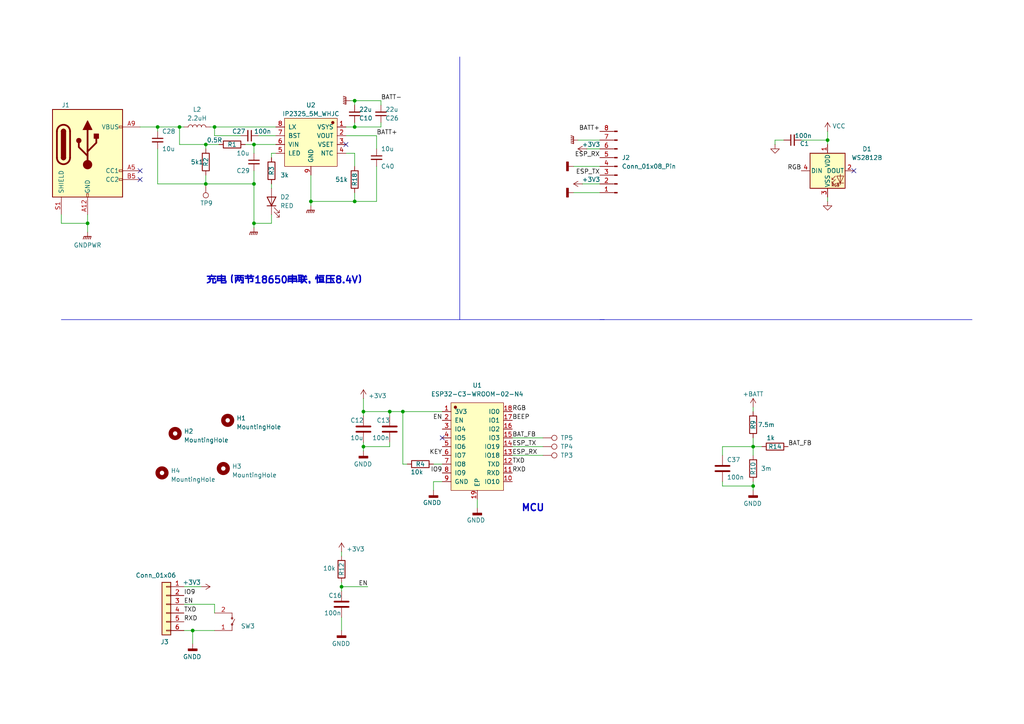
<source format=kicad_sch>
(kicad_sch (version 20231120) (generator "eeschema") (generator_version "8.0")
  (paper "A4")
  (title_block (date "2023-12-04"))
  (lib_symbols
    (symbol "+3V3_1" (power) (pin_numbers hide) (pin_names (offset 0) hide)
      (property "Value" "+3V3" (at 0 3.556 0))
      (symbol "+3V3_1_0_1"
        (polyline (pts (xy -0.762 1.27) (xy 0 2.54)))
        (polyline (pts (xy 0 0) (xy 0 2.54)))
        (polyline (pts (xy 0 2.54) (xy 0.762 1.27)))
      )
      (symbol "+3V3_1_1_1"
        (pin power_in line (at 0 0 90) (length 0) (name "~") (number "1"))
      )
    )
    (symbol "Connector:Conn_01x08_Pin" (pin_names (offset 1.016) hide)
      (property "Reference" "J" (at 0 10.16 0))
      (property "Value" "Conn_01x08_Pin" (at 0 -12.7 0))
      (symbol "Conn_01x08_Pin_1_1"
        (polyline (pts (xy 1.27 -10.16) (xy 0.8636 -10.16)) (stroke (width 0.1524)))
        (polyline (pts (xy 1.27 -7.62) (xy 0.8636 -7.62)) (stroke (width 0.1524)))
        (polyline (pts (xy 1.27 -5.08) (xy 0.8636 -5.08)) (stroke (width 0.1524)))
        (polyline (pts (xy 1.27 -2.54) (xy 0.8636 -2.54)) (stroke (width 0.1524)))
        (polyline (pts (xy 1.27 0) (xy 0.8636 0)) (stroke (width 0.1524)))
        (polyline (pts (xy 1.27 2.54) (xy 0.8636 2.54)) (stroke (width 0.1524)))
        (polyline (pts (xy 1.27 5.08) (xy 0.8636 5.08)) (stroke (width 0.1524)))
        (polyline (pts (xy 1.27 7.62) (xy 0.8636 7.62)) (stroke (width 0.1524)))
        (rectangle (start 0.8636 -10.033) (end 0 -10.287) (stroke (width 0.1524)) (fill (type outline)))
        (rectangle (start 0.8636 -7.493) (end 0 -7.747) (stroke (width 0.1524)) (fill (type outline)))
        (rectangle (start 0.8636 -4.953) (end 0 -5.207) (stroke (width 0.1524)) (fill (type outline)))
        (rectangle (start 0.8636 -2.413) (end 0 -2.667) (stroke (width 0.1524)) (fill (type outline)))
        (rectangle (start 0.8636 0.127) (end 0 -0.127) (stroke (width 0.1524)) (fill (type outline)))
        (rectangle (start 0.8636 2.667) (end 0 2.413) (stroke (width 0.1524)) (fill (type outline)))
        (rectangle (start 0.8636 5.207) (end 0 4.953) (stroke (width 0.1524)) (fill (type outline)))
        (rectangle (start 0.8636 7.747) (end 0 7.493) (stroke (width 0.1524)) (fill (type outline)))
        (pin passive line (at 5.08 7.62 180) (length 3.81) (name "Pin_1") (number "1"))
        (pin passive line (at 5.08 5.08 180) (length 3.81) (name "Pin_2") (number "2"))
        (pin passive line (at 5.08 2.54 180) (length 3.81) (name "Pin_3") (number "3"))
        (pin passive line (at 5.08 0 180) (length 3.81) (name "Pin_4") (number "4"))
        (pin passive line (at 5.08 -2.54 180) (length 3.81) (name "Pin_5") (number "5"))
        (pin passive line (at 5.08 -5.08 180) (length 3.81) (name "Pin_6") (number "6"))
        (pin passive line (at 5.08 -7.62 180) (length 3.81) (name "Pin_7") (number "7"))
        (pin passive line (at 5.08 -10.16 180) (length 3.81) (name "Pin_8") (number "8"))
      )
    )
    (symbol "Connector:TestPoint" (pin_numbers hide) (pin_names (offset 0.762) hide)
      (property "Reference" "TP" (at 0 6.858 0))
      (property "Value" "TestPoint" (at 0 5.08 0))
      (symbol "TestPoint_0_1"
        (circle (center 0 3.302) (radius 0.762))
      )
      (symbol "TestPoint_1_1"
        (pin passive line (at 0 0 90) (length 2.54) (name "1") (number "1"))
      )
    )
    (symbol "Connector:USB_C_Receptacle_PowerOnly_6P" (pin_names (offset 1.016))
      (property "Reference" "J" (at 0 16.51 0))
      (property "Value" "USB_C_Receptacle_PowerOnly_6P" (at 0 13.97 0))
      (symbol "USB_C_Receptacle_PowerOnly_6P_0_0"
        (rectangle (start -0.254 -12.7) (end 0.254 -11.684))
        (rectangle (start 10.16 -7.366) (end 9.144 -7.874))
        (rectangle (start 10.16 -4.826) (end 9.144 -5.334))
        (rectangle (start 10.16 7.874) (end 9.144 7.366))
      )
      (symbol "USB_C_Receptacle_PowerOnly_6P_0_1"
        (rectangle (start -10.16 12.7) (end 10.16 -12.7) (stroke (width 0.254)) (fill (type background)))
        (arc (start -8.89 -1.27) (mid -6.985 -3.1667) (end -5.08 -1.27) (stroke (width 0.508)))
        (arc (start -7.62 -1.27) (mid -6.985 -1.9023) (end -6.35 -1.27) (stroke (width 0.254)))
        (arc (start -7.62 -1.27) (mid -6.985 -1.9023) (end -6.35 -1.27) (stroke (width 0.254)) (fill (type outline)))
        (rectangle (start -7.62 -1.27) (end -6.35 6.35) (stroke (width 0.254)) (fill (type outline)))
        (arc (start -6.35 6.35) (mid -6.985 6.9823) (end -7.62 6.35) (stroke (width 0.254)))
        (arc (start -6.35 6.35) (mid -6.985 6.9823) (end -7.62 6.35) (stroke (width 0.254)) (fill (type outline)))
        (arc (start -5.08 6.35) (mid -6.985 8.2467) (end -8.89 6.35) (stroke (width 0.508)))
        (circle (center -2.54 3.683) (radius 0.635) (stroke (width 0.254)) (fill (type outline)))
        (circle (center 0 -3.302) (radius 1.27) (fill (type outline)))
        (polyline (pts (xy -8.89 -1.27) (xy -8.89 6.35)) (stroke (width 0.508)))
        (polyline (pts (xy -5.08 6.35) (xy -5.08 -1.27)) (stroke (width 0.508)))
        (polyline (pts (xy 0 -3.302) (xy 0 6.858)) (stroke (width 0.508)))
        (polyline (pts (xy 0 -0.762) (xy -2.54 1.778) (xy -2.54 3.048)) (stroke (width 0.508)))
        (polyline (pts (xy 0 0.508) (xy 2.54 3.048) (xy 2.54 4.318)) (stroke (width 0.508)))
        (polyline (pts (xy -1.27 6.858) (xy 0 9.398) (xy 1.27 6.858) (xy -1.27 6.858)) (stroke (width 0.254)) (fill (type outline)))
        (rectangle (start 1.905 4.318) (end 3.175 5.588) (stroke (width 0.254)) (fill (type outline)))
      )
      (symbol "USB_C_Receptacle_PowerOnly_6P_1_1"
        (pin passive line (at 0 -17.78 90) (length 5.08) (name "GND") (number "A12"))
        (pin bidirectional line (at 15.24 -5.08 180) (length 5.08) (name "CC1") (number "A5"))
        (pin passive line (at 15.24 7.62 180) (length 5.08) (name "VBUS") (number "A9"))
        (pin passive line (at 0 -17.78 90) (length 5.08) hide (name "GND") (number "B12"))
        (pin bidirectional line (at 15.24 -7.62 180) (length 5.08) (name "CC2") (number "B5"))
        (pin passive line (at 15.24 7.62 180) (length 5.08) hide (name "VBUS") (number "B9"))
        (pin passive line (at -7.62 -17.78 90) (length 5.08) (name "SHIELD") (number "S1"))
      )
    )
    (symbol "Connector_Generic:Conn_01x06" (pin_names (offset 1.016) hide)
      (property "Reference" "J" (at 0 7.62 0))
      (property "Value" "Conn_01x06" (at 0 -10.16 0))
      (symbol "Conn_01x06_1_1"
        (rectangle (start -1.27 -7.493) (end 0 -7.747) (stroke (width 0.1524)))
        (rectangle (start -1.27 -4.953) (end 0 -5.207) (stroke (width 0.1524)))
        (rectangle (start -1.27 -2.413) (end 0 -2.667) (stroke (width 0.1524)))
        (rectangle (start -1.27 0.127) (end 0 -0.127) (stroke (width 0.1524)))
        (rectangle (start -1.27 2.667) (end 0 2.413) (stroke (width 0.1524)))
        (rectangle (start -1.27 5.207) (end 0 4.953) (stroke (width 0.1524)))
        (rectangle (start -1.27 6.35) (end 1.27 -8.89) (stroke (width 0.254)) (fill (type background)))
        (pin passive line (at -5.08 5.08 0) (length 3.81) (name "Pin_1") (number "1"))
        (pin passive line (at -5.08 2.54 0) (length 3.81) (name "Pin_2") (number "2"))
        (pin passive line (at -5.08 0 0) (length 3.81) (name "Pin_3") (number "3"))
        (pin passive line (at -5.08 -2.54 0) (length 3.81) (name "Pin_4") (number "4"))
        (pin passive line (at -5.08 -5.08 0) (length 3.81) (name "Pin_5") (number "5"))
        (pin passive line (at -5.08 -7.62 0) (length 3.81) (name "Pin_6") (number "6"))
      )
    )
    (symbol "Device:C" (pin_numbers hide) (pin_names (offset 0.254))
      (property "Reference" "C" (at 0.635 2.54 0))
      (property "Value" "C" (at 0.635 -2.54 0))
      (symbol "C_0_1"
        (polyline (pts (xy -2.032 -0.762) (xy 2.032 -0.762)) (stroke (width 0.508)))
        (polyline (pts (xy -2.032 0.762) (xy 2.032 0.762)) (stroke (width 0.508)))
      )
      (symbol "C_1_1"
        (pin passive line (at 0 3.81 270) (length 2.794) (name "~") (number "1"))
        (pin passive line (at 0 -3.81 90) (length 2.794) (name "~") (number "2"))
      )
    )
    (symbol "Device:C_Small" (pin_numbers hide) (pin_names (offset 0.254) hide)
      (property "Reference" "C" (at 0.254 1.778 0))
      (property "Value" "C_Small" (at 0.254 -2.032 0))
      (symbol "C_Small_0_1"
        (polyline (pts (xy -1.524 -0.508) (xy 1.524 -0.508)) (stroke (width 0.3302)))
        (polyline (pts (xy -1.524 0.508) (xy 1.524 0.508)) (stroke (width 0.3048)))
      )
      (symbol "C_Small_1_1"
        (pin passive line (at 0 2.54 270) (length 2.032) (name "~") (number "1"))
        (pin passive line (at 0 -2.54 90) (length 2.032) (name "~") (number "2"))
      )
    )
    (symbol "Device:L" (pin_numbers hide) (pin_names (offset 1.016) hide)
      (property "Reference" "L" (at -1.27 0 90))
      (property "Value" "L" (at 1.905 0 90))
      (symbol "L_0_1"
        (arc (start 0 -2.54) (mid 0.6323 -1.905) (end 0 -1.27))
        (arc (start 0 -1.27) (mid 0.6323 -0.635) (end 0 0))
        (arc (start 0 0) (mid 0.6323 0.635) (end 0 1.27))
        (arc (start 0 1.27) (mid 0.6323 1.905) (end 0 2.54))
      )
      (symbol "L_1_1"
        (pin passive line (at 0 3.81 270) (length 1.27) (name "1") (number "1"))
        (pin passive line (at 0 -3.81 90) (length 1.27) (name "2") (number "2"))
      )
    )
    (symbol "Device:LED" (pin_numbers hide) (pin_names (offset 1.016) hide)
      (property "Reference" "D" (at 0 2.54 0))
      (property "Value" "LED" (at 0 -2.54 0))
      (symbol "LED_0_1"
        (polyline (pts (xy -1.27 -1.27) (xy -1.27 1.27)) (stroke (width 0.254)))
        (polyline (pts (xy -1.27 0) (xy 1.27 0)))
        (polyline (pts (xy 1.27 -1.27) (xy 1.27 1.27) (xy -1.27 0) (xy 1.27 -1.27)) (stroke (width 0.254)))
        (polyline (pts (xy -3.048 -0.762) (xy -4.572 -2.286) (xy -3.81 -2.286) (xy -4.572 -2.286) (xy -4.572 -1.524)))
        (polyline (pts (xy -1.778 -0.762) (xy -3.302 -2.286) (xy -2.54 -2.286) (xy -3.302 -2.286) (xy -3.302 -1.524)))
      )
      (symbol "LED_1_1"
        (pin passive line (at -3.81 0 0) (length 2.54) (name "K") (number "1"))
        (pin passive line (at 3.81 0 180) (length 2.54) (name "A") (number "2"))
      )
    )
    (symbol "Device:R" (pin_numbers hide) (pin_names (offset 0))
      (property "Reference" "R" (at 2.032 0 90))
      (property "Value" "R" (at 0 0 90))
      (symbol "R_0_1"
        (rectangle (start -1.016 -2.54) (end 1.016 2.54) (stroke (width 0.254)))
      )
      (symbol "R_1_1"
        (pin passive line (at 0 3.81 270) (length 1.27) (name "~") (number "1"))
        (pin passive line (at 0 -3.81 90) (length 1.27) (name "~") (number "2"))
      )
    )
    (symbol "LED:WS2812B" (pin_names (offset 0.254))
      (property "Reference" "D" (at 5.08 5.715 0))
      (property "Value" "WS2812B" (at 1.27 -5.715 0))
      (symbol "WS2812B_0_0"
        (text "RGB" (at 2.286 -4.191 0) (effects (font (size 0.762 0.762))))
      )
      (symbol "WS2812B_0_1"
        (polyline (pts (xy 1.27 -3.556) (xy 1.778 -3.556)))
        (polyline (pts (xy 1.27 -2.54) (xy 1.778 -2.54)))
        (polyline (pts (xy 4.699 -3.556) (xy 2.667 -3.556)))
        (polyline (pts (xy 2.286 -2.54) (xy 1.27 -3.556) (xy 1.27 -3.048)))
        (polyline (pts (xy 2.286 -1.524) (xy 1.27 -2.54) (xy 1.27 -2.032)))
        (polyline (pts (xy 3.683 -1.016) (xy 3.683 -3.556) (xy 3.683 -4.064)))
        (polyline (pts (xy 4.699 -1.524) (xy 2.667 -1.524) (xy 3.683 -3.556) (xy 4.699 -1.524)))
        (rectangle (start 5.08 5.08) (end -5.08 -5.08) (stroke (width 0.254)) (fill (type background)))
      )
      (symbol "WS2812B_1_1"
        (pin power_in line (at 0 7.62 270) (length 2.54) (name "VDD") (number "1"))
        (pin output line (at 7.62 0 180) (length 2.54) (name "DOUT") (number "2"))
        (pin power_in line (at 0 -7.62 90) (length 2.54) (name "VSS") (number "3"))
        (pin input line (at -7.62 0 0) (length 2.54) (name "DIN") (number "4"))
      )
    )
    (symbol "Mechanical:MountingHole" (pin_names (offset 1.016))
      (property "Reference" "H" (at 0 5.08 0))
      (property "Value" "MountingHole" (at 0 3.175 0))
      (symbol "MountingHole_0_1"
        (circle (center 0 0) (radius 1.27) (stroke (width 1.27)))
      )
    )
    (symbol "bat_rf:ESP32-C3-WROOM-02-N4" (pin_names (offset 1.016))
      (property "Reference" "U" (at 0 16.5862 0))
      (property "Value" "ESP32-C3-WROOM-02-N4" (at 0 21.6662 0))
      (symbol "ESP32-C3-WROOM-02-N4_1_1"
        (rectangle (start -7.62 13.97) (end 7.62 -11.43) (stroke (width 0.1524)) (fill (type background)))
        (circle (center -6.35 12.7) (radius 0.381) (stroke (width 0.1524)) (fill (type outline)))
        (pin input line (at -10.16 11.43 0) (length 2.54) (name "3V3") (number "1"))
        (pin input line (at 10.16 -8.89 180) (length 2.54) (name "IO10") (number "10"))
        (pin input line (at 10.16 -6.35 180) (length 2.54) (name "RXD") (number "11"))
        (pin input line (at 10.16 -3.81 180) (length 2.54) (name "TXD") (number "12"))
        (pin input line (at 10.16 -1.27 180) (length 2.54) (name "IO18") (number "13"))
        (pin input line (at 10.16 1.27 180) (length 2.54) (name "IO19") (number "14"))
        (pin input line (at 10.16 3.81 180) (length 2.54) (name "IO3") (number "15"))
        (pin input line (at 10.16 6.35 180) (length 2.54) (name "IO2") (number "16"))
        (pin input line (at 10.16 8.89 180) (length 2.54) (name "IO1") (number "17"))
        (pin input line (at 10.16 11.43 180) (length 2.54) (name "IO0") (number "18"))
        (pin input line (at 0 -13.97 90) (length 2.54) (name "EP") (number "19"))
        (pin input line (at -10.16 8.89 0) (length 2.54) (name "EN") (number "2"))
        (pin input line (at -10.16 6.35 0) (length 2.54) (name "IO4") (number "3"))
        (pin input line (at -10.16 3.81 0) (length 2.54) (name "IO5") (number "4"))
        (pin input line (at -10.16 1.27 0) (length 2.54) (name "IO6") (number "5"))
        (pin input line (at -10.16 -1.27 0) (length 2.54) (name "IO7") (number "6"))
        (pin input line (at -10.16 -3.81 0) (length 2.54) (name "IO8") (number "7"))
        (pin input line (at -10.16 -6.35 0) (length 2.54) (name "IO9") (number "8"))
        (pin input line (at -10.16 -8.89 0) (length 2.54) (name "GND") (number "9"))
      )
    )
    (symbol "bat_rf:IP2325_5M_WHJC" (pin_names (offset 1.016))
      (property "Reference" "U" (at 0 11.5062 0))
      (property "Value" "IP2325_5M_WHJC" (at 0 16.5862 0))
      (symbol "IP2325_5M_WHJC_1_1"
        (rectangle (start -7.62 8.89) (end 7.62 -5.08) (stroke (width 0.1524)) (fill (type background)))
        (circle (center -6.35 7.62) (radius 0.381) (stroke (width 0.1524)) (fill (type outline)))
        (pin input line (at -10.16 6.35 0) (length 2.54) (name "VSYS") (number "1"))
        (pin input line (at -10.16 3.81 0) (length 2.54) (name "VOUT") (number "2"))
        (pin input line (at -10.16 1.27 0) (length 2.54) (name "VSET") (number "3"))
        (pin input line (at -10.16 -1.27 0) (length 2.54) (name "NTC") (number "4"))
        (pin input line (at 10.16 -1.27 180) (length 2.54) (name "LED") (number "5"))
        (pin input line (at 10.16 1.27 180) (length 2.54) (name "VIN") (number "6"))
        (pin input line (at 10.16 3.81 180) (length 2.54) (name "BST") (number "7"))
        (pin input line (at 10.16 6.35 180) (length 2.54) (name "LX") (number "8"))
        (pin input line (at 0 -7.62 90) (length 2.54) (name "GND") (number "9"))
      )
    )
    (symbol "espController:TS-1199A-B-B" (pin_names (offset 1.016) hide)
      (property "Reference" "SW" (at 0 7.747 0))
      (property "Value" "TS-1199A-B-B" (at 0 12.827 0))
      (symbol "TS-1199A-B-B_1_1"
        (circle (center 0 -1.016) (radius 0.254) (stroke (width 0.1524)))
        (polyline (pts (xy 0 -2.54) (xy 0 -0.762)) (stroke (width 0.1524)))
        (polyline (pts (xy 0 2.54) (xy 0 0.762)) (stroke (width 0.1524)))
        (polyline (pts (xy 0.762 -0.762) (xy 0 0.762)) (stroke (width 0.1524)))
        (circle (center 0 0.762) (radius 0.254) (stroke (width 0.1524)))
        (pin input line (at -5.08 2.54 0) (length 5.08) (name "1") (number "1"))
        (pin input line (at -5.08 -2.54 0) (length 5.08) (name "2") (number "2"))
      )
    )
    (symbol "power:+BATT" (power) (pin_names (offset 0))
      (property "Value" "+BATT" (at 0 3.556 0))
      (symbol "+BATT_0_1"
        (polyline (pts (xy -0.762 1.27) (xy 0 2.54)))
        (polyline (pts (xy 0 0) (xy 0 2.54)))
        (polyline (pts (xy 0 2.54) (xy 0.762 1.27)))
      )
      (symbol "+BATT_1_1"
        (pin power_in line (at 0 0 90) (length 0) hide (name "+BATT") (number "1"))
      )
    )
    (symbol "power:GND" (power) (pin_numbers hide) (pin_names (offset 0) hide)
      (property "Value" "GND" (at 0 -3.81 0))
      (symbol "GND_0_1"
        (polyline (pts (xy 0 0) (xy 0 -1.27) (xy 1.27 -1.27) (xy 0 -2.54) (xy -1.27 -1.27) (xy 0 -1.27)))
      )
      (symbol "GND_1_1"
        (pin power_in line (at 0 0 270) (length 0) (name "~") (number "1"))
      )
    )
    (symbol "power:GNDD" (power) (pin_names (offset 0))
      (property "Value" "GNDD" (at 0 -3.175 0))
      (symbol "GNDD_0_1"
        (rectangle (start -1.27 -1.524) (end 1.27 -2.032) (stroke (width 0.254)) (fill (type outline)))
        (polyline (pts (xy 0 0) (xy 0 -1.524)))
      )
      (symbol "GNDD_1_1"
        (pin power_in line (at 0 0 270) (length 0) hide (name "GNDD") (number "1"))
      )
    )
    (symbol "power:GNDPWR" (power) (pin_names (offset 0))
      (property "Value" "GNDPWR" (at 0 -3.302 0))
      (symbol "GNDPWR_0_1"
        (polyline (pts (xy 0 -1.27) (xy 0 0)))
        (polyline (pts (xy -1.016 -1.27) (xy -1.27 -2.032) (xy -1.27 -2.032)) (stroke (width 0.2032)))
        (polyline (pts (xy -0.508 -1.27) (xy -0.762 -2.032) (xy -0.762 -2.032)) (stroke (width 0.2032)))
        (polyline (pts (xy 0 -1.27) (xy -0.254 -2.032) (xy -0.254 -2.032)) (stroke (width 0.2032)))
        (polyline (pts (xy 0.508 -1.27) (xy 0.254 -2.032) (xy 0.254 -2.032)) (stroke (width 0.2032)))
        (polyline (pts (xy 1.016 -1.27) (xy -1.016 -1.27) (xy -1.016 -1.27)) (stroke (width 0.2032)))
        (polyline (pts (xy 1.016 -1.27) (xy 0.762 -2.032) (xy 0.762 -2.032) (xy 0.762 -2.032)) (stroke (width 0.2032)))
      )
      (symbol "GNDPWR_1_1"
        (pin power_in line (at 0 0 270) (length 0) hide (name "GNDPWR") (number "1"))
      )
    )
    (symbol "power:VCC" (power) (pin_numbers hide) (pin_names (offset 0) hide)
      (property "Value" "VCC" (at 0 3.556 0))
      (symbol "VCC_0_1"
        (polyline (pts (xy -0.762 1.27) (xy 0 2.54)))
        (polyline (pts (xy 0 0) (xy 0 2.54)))
        (polyline (pts (xy 0 2.54) (xy 0.762 1.27)))
      )
      (symbol "VCC_1_1"
        (pin power_in line (at 0 0 90) (length 0) (name "~") (number "1"))
      )
    )
  )
  (junction (at 73.66 53.34))
  (junction (at 73.66 64.77))
  (junction (at 105.41 119.38))
  (junction (at 59.69 41.91))
  (junction (at 218.44 129.54))
  (junction (at 102.87 58.42))
  (junction (at 52.07 36.83))
  (junction (at 55.88 182.88))
  (junction (at 45.72 36.83))
  (junction (at 102.87 36.83))
  (junction (at 62.23 36.83))
  (junction (at 105.41 129.54))
  (junction (at 25.4 64.77))
  (junction (at 59.69 53.34))
  (junction (at 73.66 41.91))
  (junction (at 99.06 170.18))
  (junction (at 113.03 119.38))
  (junction (at 240.03 40.64))
  (junction (at 116.84 119.38))
  (junction (at 90.17 58.42))
  (junction (at 218.44 140.97))
  (junction (at 102.87 29.21))
  (no_connect (at 40.64 49.53))
  (no_connect (at 100.33 41.91))
  (no_connect (at 128.27 127))
  (no_connect (at 247.65 49.53))
  (no_connect (at 40.64 52.07))
  (wire (pts (xy 52.07 36.83) (xy 53.34 36.83)))
  (wire (pts (xy 148.59 132.08) (xy 157.48 132.08)))
  (wire (pts (xy 102.87 29.21) (xy 102.87 30.48)))
  (wire (pts (xy 45.72 36.83) (xy 45.72 38.1)))
  (wire (pts (xy 109.22 48.26) (xy 109.22 58.42)))
  (wire (pts (xy 99.06 170.18) (xy 106.68 170.18)))
  (wire (pts (xy 209.55 140.97) (xy 218.44 140.97)))
  (wire (pts (xy 209.55 129.54) (xy 218.44 129.54)))
  (wire (pts (xy 62.23 177.8) (xy 62.23 175.26)))
  (polyline (pts (xy 133.35 92.71) (xy 175.26 92.71)))
  (wire (pts (xy 25.4 64.77) (xy 25.4 67.31)))
  (wire (pts (xy 55.88 182.88) (xy 62.23 182.88)))
  (wire (pts (xy 78.74 44.45) (xy 78.74 45.72)))
  (wire (pts (xy 105.41 115.57) (xy 105.41 119.38)))
  (wire (pts (xy 125.73 139.7) (xy 128.27 139.7)))
  (wire (pts (xy 113.03 119.38) (xy 105.41 119.38)))
  (wire (pts (xy 73.66 64.77) (xy 73.66 66.04)))
  (wire (pts (xy 73.66 53.34) (xy 73.66 64.77)))
  (wire (pts (xy 52.07 41.91) (xy 52.07 36.83)))
  (wire (pts (xy 110.49 30.48) (xy 110.49 29.21)))
  (wire (pts (xy 105.41 128.27) (xy 105.41 129.54)))
  (wire (pts (xy 73.66 49.53) (xy 73.66 53.34)))
  (polyline (pts (xy 133.35 16.51) (xy 133.35 92.71)))
  (wire (pts (xy 73.66 53.34) (xy 59.69 53.34)))
  (wire (pts (xy 138.43 144.78) (xy 138.43 147.32)))
  (wire (pts (xy 73.66 41.91) (xy 73.66 44.45)))
  (wire (pts (xy 170.18 43.18) (xy 173.99 43.18)))
  (wire (pts (xy 224.79 40.64) (xy 227.33 40.64)))
  (wire (pts (xy 17.78 62.23) (xy 17.78 64.77)))
  (wire (pts (xy 59.69 43.18) (xy 59.69 41.91)))
  (wire (pts (xy 73.66 41.91) (xy 80.01 41.91)))
  (wire (pts (xy 116.84 134.62) (xy 118.11 134.62)))
  (wire (pts (xy 218.44 129.54) (xy 220.98 129.54)))
  (wire (pts (xy 62.23 39.37) (xy 62.23 36.83)))
  (wire (pts (xy 240.03 40.64) (xy 232.41 40.64)))
  (wire (pts (xy 113.03 128.27) (xy 113.03 129.54)))
  (wire (pts (xy 240.03 57.15) (xy 240.03 58.42)))
  (wire (pts (xy 90.17 50.8) (xy 90.17 58.42)))
  (wire (pts (xy 116.84 119.38) (xy 128.27 119.38)))
  (wire (pts (xy 62.23 36.83) (xy 80.01 36.83)))
  (wire (pts (xy 60.96 36.83) (xy 62.23 36.83)))
  (wire (pts (xy 102.87 36.83) (xy 110.49 36.83)))
  (wire (pts (xy 218.44 142.24) (xy 218.44 140.97)))
  (wire (pts (xy 116.84 119.38) (xy 116.84 134.62)))
  (wire (pts (xy 113.03 119.38) (xy 116.84 119.38)))
  (wire (pts (xy 99.06 170.18) (xy 99.06 171.45)))
  (wire (pts (xy 59.69 41.91) (xy 52.07 41.91)))
  (wire (pts (xy 62.23 175.26) (xy 53.34 175.26)))
  (wire (pts (xy 59.69 41.91) (xy 63.5 41.91)))
  (wire (pts (xy 218.44 127) (xy 218.44 129.54)))
  (wire (pts (xy 240.03 38.1) (xy 240.03 40.64)))
  (wire (pts (xy 218.44 118.11) (xy 218.44 119.38)))
  (wire (pts (xy 40.64 36.83) (xy 45.72 36.83)))
  (wire (pts (xy 113.03 119.38) (xy 113.03 120.65)))
  (wire (pts (xy 45.72 53.34) (xy 59.69 53.34)))
  (wire (pts (xy 105.41 129.54) (xy 105.41 130.81)))
  (wire (pts (xy 53.34 170.18) (xy 58.42 170.18)))
  (wire (pts (xy 78.74 53.34) (xy 78.74 54.61)))
  (wire (pts (xy 148.59 127) (xy 157.48 127)))
  (polyline (pts (xy 17.78 92.71) (xy 133.35 92.71)))
  (wire (pts (xy 109.22 39.37) (xy 109.22 43.18)))
  (wire (pts (xy 168.91 53.34) (xy 173.99 53.34)))
  (wire (pts (xy 74.93 39.37) (xy 80.01 39.37)))
  (wire (pts (xy 100.33 36.83) (xy 102.87 36.83)))
  (wire (pts (xy 173.99 55.88) (xy 166.37 55.88)))
  (wire (pts (xy 209.55 132.08) (xy 209.55 129.54)))
  (wire (pts (xy 109.22 58.42) (xy 102.87 58.42)))
  (wire (pts (xy 173.99 48.26) (xy 166.37 48.26)))
  (wire (pts (xy 99.06 160.02) (xy 99.06 161.29)))
  (wire (pts (xy 102.87 29.21) (xy 101.6 29.21)))
  (wire (pts (xy 240.03 41.91) (xy 240.03 40.64)))
  (wire (pts (xy 209.55 139.7) (xy 209.55 140.97)))
  (wire (pts (xy 90.17 58.42) (xy 102.87 58.42)))
  (wire (pts (xy 99.06 168.91) (xy 99.06 170.18)))
  (wire (pts (xy 148.59 129.54) (xy 157.48 129.54)))
  (wire (pts (xy 102.87 44.45) (xy 102.87 48.26)))
  (wire (pts (xy 102.87 35.56) (xy 102.87 36.83)))
  (wire (pts (xy 45.72 36.83) (xy 52.07 36.83)))
  (wire (pts (xy 218.44 129.54) (xy 218.44 132.08)))
  (wire (pts (xy 110.49 29.21) (xy 102.87 29.21)))
  (wire (pts (xy 25.4 62.23) (xy 25.4 64.77)))
  (wire (pts (xy 78.74 62.23) (xy 78.74 64.77)))
  (wire (pts (xy 53.34 182.88) (xy 55.88 182.88)))
  (wire (pts (xy 45.72 43.18) (xy 45.72 53.34)))
  (polyline (pts (xy 175.26 92.71) (xy 281.94 92.71)))
  (wire (pts (xy 105.41 119.38) (xy 105.41 120.65)))
  (wire (pts (xy 102.87 55.88) (xy 102.87 58.42)))
  (wire (pts (xy 71.12 41.91) (xy 73.66 41.91)))
  (wire (pts (xy 59.69 50.8) (xy 59.69 53.34)))
  (wire (pts (xy 224.79 40.64) (xy 224.79 41.91)))
  (wire (pts (xy 110.49 36.83) (xy 110.49 35.56)))
  (wire (pts (xy 55.88 182.88) (xy 55.88 186.69)))
  (wire (pts (xy 167.64 40.64) (xy 173.99 40.64)))
  (wire (pts (xy 125.73 134.62) (xy 128.27 134.62)))
  (wire (pts (xy 17.78 64.77) (xy 25.4 64.77)))
  (wire (pts (xy 78.74 64.77) (xy 73.66 64.77)))
  (wire (pts (xy 90.17 58.42) (xy 90.17 59.69)))
  (wire (pts (xy 100.33 44.45) (xy 102.87 44.45)))
  (wire (pts (xy 218.44 140.97) (xy 218.44 139.7)))
  (wire (pts (xy 125.73 139.7) (xy 125.73 142.24)))
  (wire (pts (xy 80.01 44.45) (xy 78.74 44.45)))
  (wire (pts (xy 62.23 39.37) (xy 69.85 39.37)))
  (polyline (pts (xy 175.26 92.71) (xy 173.99 92.71)))
  (wire (pts (xy 99.06 179.07) (xy 99.06 182.88)))
  (wire (pts (xy 113.03 129.54) (xy 105.41 129.54)))
  (wire (pts (xy 100.33 39.37) (xy 109.22 39.37)))
  (text "MCU" (at 151.13 148.59 0) (effects (font (size 2 2) (thickness 0.4) (bold yes)) (justify left bottom)))
  (text "充电（两节18650串联，恒压8.4V）" (at 59.69 82.55 0) (effects (font (size 2 2) (thickness 0.4) (bold yes)) (justify left bottom)))
  (label "TXD" (at 148.59 134.62 0))
  (label "TXD" (at 53.34 177.8 0))
  (label "ESP_RX" (at 173.99 45.72 180))
  (label "BATT+" (at 173.99 38.1 180))
  (label "EN" (at 128.27 121.92 180))
  (label "EN" (at 106.68 170.18 180))
  (label "RGB" (at 148.59 119.38 0))
  (label "ESP_TX" (at 148.59 129.54 0))
  (label "RXD" (at 53.34 180.34 0))
  (label "KEY" (at 128.27 132.08 180))
  (label "IO9" (at 128.27 137.16 180))
  (label "BATT+" (at 109.22 39.37 0))
  (label "ESP_TX" (at 173.99 50.8 180))
  (label "RXD" (at 148.59 137.16 0))
  (label "IO9" (at 53.34 172.72 0))
  (label "BAT_FB" (at 148.59 127 0))
  (label "ESP_RX" (at 148.59 132.08 0))
  (label "BATT-" (at 110.49 29.21 0))
  (label "RGB" (at 232.41 49.53 180))
  (label "EN" (at 53.34 175.26 0))
  (label "BAT_FB" (at 228.6 129.54 0))
  (label "BEEP" (at 148.59 121.92 0))
  (symbol (lib_id "power:GNDPWR") (at 25.4 67.31 0) (unit 1)
    (property "Reference" "#PWR02" (effects (hide yes)))
    (property "Value" "GNDPWR" (at 25.4 71.12 0))
  )
  (symbol (lib_id "power:GNDPWR") (at 101.6 29.21 270) (unit 1)
    (property "Reference" "#PWR035" (effects (hide yes)))
    (property "Value" "GNDPWR" (effects (hide yes)))
  )
  (symbol (lib_id "power:GND") (at 240.03 58.42 0) (unit 1)
    (property "Reference" "#PWR010" (effects (hide yes)))
    (property "Value" "GND" (effects (hide yes)))
    (property "Description" "Power symbol creates a global label with name \"GND\" , ground" (effects (hide yes)))
  )
  (symbol (lib_id "Device:C_Small") (at 102.87 33.02 0) (mirror x) (unit 1)
    (property "Reference" "C10" (at 104.14 34.29 0) (effects (justify left)))
    (property "Value" "22u" (at 104.14 31.75 0) (effects (justify left)))
    (property "Footprint" "Capacitor_SMD:C_0805_2012Metric_Pad1.18x1.45mm_HandSolder" (effects (hide yes)))
  )
  (symbol (lib_id "Device:R") (at 218.44 123.19 180) (unit 1)
    (property "Reference" "R9" (at 218.44 123.19 90))
    (property "Value" "7.5m" (at 222.25 123.19 0))
    (property "Footprint" "Resistor_SMD:R_0603_1608Metric_Pad0.98x0.95mm_HandSolder" (effects (hide yes)))
  )
  (symbol (lib_id "Device:R") (at 78.74 49.53 180) (unit 1)
    (property "Reference" "R3" (at 78.74 49.53 90))
    (property "Value" "3k" (at 82.55 50.8 0))
    (property "Footprint" "Resistor_SMD:R_0603_1608Metric_Pad0.98x0.95mm_HandSolder" (effects (hide yes)))
  )
  (symbol (lib_id "Device:C_Small") (at 110.49 33.02 0) (mirror x) (unit 1)
    (property "Reference" "C26" (at 111.76 34.29 0) (effects (justify left)))
    (property "Value" "22u" (at 111.76 31.75 0) (effects (justify left)))
    (property "Footprint" "Capacitor_SMD:C_0805_2012Metric_Pad1.18x1.45mm_HandSolder" (effects (hide yes)))
  )
  (symbol (lib_id "power:+BATT") (at 218.44 118.11 0) (unit 1)
    (property "Reference" "#PWR040" (effects (hide yes)))
    (property "Value" "+BATT" (at 218.44 114.3 0))
  )
  (symbol (lib_id "Mechanical:MountingHole") (at 64.77 135.89 0) (unit 1)
    (property "Reference" "H3" (at 67.31 135.255 0) (effects (justify left)))
    (property "Value" "MountingHole" (at 67.31 137.795 0) (effects (justify left)))
    (property "Footprint" "MountingHole:MountingHole_2.2mm_M2_Pad" (effects (hide yes)))
  )
  (symbol (lib_id "Device:C") (at 99.06 175.26 0) (unit 1)
    (property "Reference" "C16" (at 95.25 172.72 0) (effects (justify left)))
    (property "Value" "100n" (at 93.98 177.8 0) (effects (justify left)))
    (property "Footprint" "Capacitor_SMD:C_0603_1608Metric_Pad1.08x0.95mm_HandSolder" (effects (hide yes)))
  )
  (symbol (lib_id "bat_rf:ESP32-C3-WROOM-02-N4") (at 138.43 130.81 0) (unit 1)
    (property "Reference" "U1" (at 138.43 111.76 0))
    (property "Value" "ESP32-C3-WROOM-02-N4" (at 138.43 114.3 0))
    (property "Footprint" "bat_rf:BULETM-SMD_18P-L20.0-W18.0-P1.50_ESP32-C3-WROOM" (effects (hide yes)))
    (property "Description" "C9900000362" (effects (hide yes)))
    (property "uuid" "std:80e57613425b46c2881201d76cb7a63c" (effects (hide yes)))
  )
  (symbol (lib_id "power:GNDD") (at 166.37 55.88 270) (mirror x) (unit 1)
    (property "Reference" "#PWR05" (effects (hide yes)))
    (property "Value" "GNDD" (effects (hide yes)))
  )
  (symbol (lib_id "power:GNDD") (at 166.37 48.26 270) (mirror x) (unit 1)
    (property "Reference" "#PWR03" (effects (hide yes)))
    (property "Value" "GNDD" (effects (hide yes)))
  )
  (symbol (lib_id "power:GNDPWR") (at 73.66 66.04 0) (unit 1)
    (property "Reference" "#PWR036" (effects (hide yes)))
    (property "Value" "GNDPWR" (effects (hide yes)))
  )
  (symbol (lib_id "Device:R") (at 102.87 52.07 180) (unit 1)
    (property "Reference" "R18" (at 102.87 52.07 90))
    (property "Value" "51k" (at 99.06 52.07 0))
    (property "Footprint" "Resistor_SMD:R_0603_1608Metric_Pad0.98x0.95mm_HandSolder" (effects (hide yes)))
  )
  (symbol (lib_id "power:GNDD") (at 125.73 142.24 0) (unit 1)
    (property "Reference" "#PWR047" (effects (hide yes)))
    (property "Value" "GNDD" (at 128.016 145.796 0) (effects (justify right)))
  )
  (symbol (lib_id "Connector:USB_C_Receptacle_PowerOnly_6P") (at 25.4 44.45 0) (unit 1)
    (property "Reference" "J1" (at 19.05 30.48 0))
    (property "Value" "USB_C_Receptacle_PowerOnly_6P" (effects (hide yes)))
    (property "Footprint" "bat_rf:USB-C-SMD_HX-TYPE-C-6PIN" (effects (hide yes)))
    (property "Datasheet" "https://www.usb.org/sites/default/files/documents/usb_type-c.zip" (effects (hide yes)))
  )
  (symbol (lib_name "+3V3_1") (lib_id "power:+3V3") (at 168.91 53.34 90) (mirror x) (unit 1)
    (property "Reference" "#PWR04" (effects (hide yes)))
    (property "Value" "+3V3" (at 171.45 52.07 90))
    (property "Description" "Power symbol creates a global label with name \"+3V3\"" (effects (hide yes)))
  )
  (symbol (lib_id "Mechanical:MountingHole") (at 46.99 137.16 0) (unit 1)
    (property "Reference" "H4" (at 49.53 136.525 0) (effects (justify left)))
    (property "Value" "MountingHole" (at 49.53 139.065 0) (effects (justify left)))
    (property "Footprint" "MountingHole:MountingHole_2.2mm_M2_Pad" (effects (hide yes)))
  )
  (symbol (lib_id "Connector:TestPoint") (at 157.48 127 270) (unit 1)
    (property "Reference" "TP5" (at 162.56 127 90) (effects (justify left)))
    (property "Value" "TestPoint" (effects (hide yes)))
    (property "Footprint" "TestPoint:TestPoint_Pad_D1.0mm" (effects (hide yes)))
    (property "Description" "test point" (effects (hide yes)))
  )
  (symbol (lib_id "Mechanical:MountingHole") (at 50.8 125.73 0) (unit 1)
    (property "Reference" "H2" (at 53.34 125.095 0) (effects (justify left)))
    (property "Value" "MountingHole" (at 53.34 127.635 0) (effects (justify left)))
    (property "Footprint" "MountingHole:MountingHole_2.2mm_M2_Pad" (effects (hide yes)))
  )
  (symbol (lib_id "Connector:TestPoint") (at 59.69 53.34 180) (unit 1)
    (property "Reference" "TP9" (at 61.722 58.928 0) (effects (justify left)))
    (property "Value" "TestPoint" (effects (hide yes)))
    (property "Footprint" "TestPoint:TestPoint_Pad_D1.0mm" (effects (hide yes)))
    (property "Description" "test point" (effects (hide yes)))
  )
  (symbol (lib_id "power:GNDD") (at 105.41 130.81 0) (unit 1)
    (property "Reference" "#PWR023" (effects (hide yes)))
    (property "Value" "GNDD" (at 107.95 134.62 0) (effects (justify right)))
  )
  (symbol (lib_id "Device:C_Small") (at 72.39 39.37 270) (unit 1)
    (property "Reference" "C27" (at 67.31 38.1 90) (effects (justify left)))
    (property "Value" "100n" (at 73.66 38.1 90) (effects (justify left)))
    (property "Footprint" "Capacitor_SMD:C_0603_1608Metric_Pad1.08x0.95mm_HandSolder" (effects (hide yes)))
  )
  (symbol (lib_id "power:VCC") (at 240.03 38.1 0) (unit 1)
    (property "Reference" "#PWR08" (effects (hide yes)))
    (property "Value" "VCC" (at 243.332 36.576 0))
    (property "Description" "Power symbol creates a global label with name \"VCC\"" (effects (hide yes)))
  )
  (symbol (lib_id "Device:C") (at 105.41 124.46 0) (unit 1)
    (property "Reference" "C12" (at 101.6 121.92 0) (effects (justify left)))
    (property "Value" "10u" (at 101.6 127 0) (effects (justify left)))
    (property "Footprint" "Capacitor_SMD:C_0805_2012Metric_Pad1.18x1.45mm_HandSolder" (effects (hide yes)))
  )
  (symbol (lib_name "+3V3_1") (lib_id "power:+3V3") (at 58.42 170.18 270) (unit 1)
    (property "Reference" "#PWR09" (effects (hide yes)))
    (property "Value" "+3V3" (at 55.626 168.91 90))
    (property "Description" "Power symbol creates a global label with name \"+3V3\"" (effects (hide yes)))
  )
  (symbol (lib_id "Device:R") (at 224.79 129.54 270) (unit 1)
    (property "Reference" "R14" (at 224.79 129.54 90))
    (property "Value" "1k" (at 223.52 127 90))
    (property "Footprint" "Resistor_SMD:R_0603_1608Metric_Pad0.98x0.95mm_HandSolder" (effects (hide yes)))
  )
  (symbol (lib_id "espController:TS-1199A-B-B") (at 67.31 180.34 0) (mirror x) (unit 1)
    (property "Reference" "SW3" (at 69.85 181.6101 0) (effects (justify left)))
    (property "Value" "TS-1199A-B-B" (effects (hide yes)))
    (property "Footprint" "bat_rf:SW-SMD_L4.0-W2.9-LS5.0" (effects (hide yes)))
    (property "Datasheet" "http://www.szlcsc.com/product/details_724359.html" (effects (hide yes)))
    (property "Description" "C692476" (effects (hide yes)))
    (property "uuid" "std:a8f90e8ccef74c11ad070f97756e49fb" (effects (hide yes)))
  )
  (symbol (lib_id "power:GNDPWR") (at 167.64 40.64 270) (unit 1)
    (property "Reference" "#PWR06" (effects (hide yes)))
    (property "Value" "GNDPWR" (effects (hide yes)))
  )
  (symbol (lib_id "power:GND") (at 224.79 41.91 0) (unit 1)
    (property "Reference" "#PWR07" (effects (hide yes)))
    (property "Value" "GND" (effects (hide yes)))
    (property "Description" "Power symbol creates a global label with name \"GND\" , ground" (effects (hide yes)))
  )
  (symbol (lib_id "Device:R") (at 67.31 41.91 90) (unit 1)
    (property "Reference" "R1" (at 67.31 41.91 90))
    (property "Value" "0.5R" (at 62.23 40.64 90))
    (property "Footprint" "Resistor_SMD:R_0603_1608Metric_Pad0.98x0.95mm_HandSolder" (effects (hide yes)))
  )
  (symbol (lib_id "Device:R") (at 121.92 134.62 270) (unit 1)
    (property "Reference" "R4" (at 121.92 134.62 90))
    (property "Value" "10k" (at 120.904 136.906 90))
    (property "Footprint" "Resistor_SMD:R_0603_1608Metric_Pad0.98x0.95mm_HandSolder" (effects (hide yes)))
  )
  (symbol (lib_id "Mechanical:MountingHole") (at 66.04 121.92 0) (unit 1)
    (property "Reference" "H1" (at 68.58 121.285 0) (effects (justify left)))
    (property "Value" "MountingHole" (at 68.58 123.825 0) (effects (justify left)))
    (property "Footprint" "MountingHole:MountingHole_2.2mm_M2_Pad" (effects (hide yes)))
  )
  (symbol (lib_id "Device:C_Small") (at 73.66 46.99 0) (unit 1)
    (property "Reference" "C29" (at 68.58 49.53 0) (effects (justify left)))
    (property "Value" "10u" (at 68.58 44.45 0) (effects (justify left)))
    (property "Footprint" "Capacitor_SMD:C_0805_2012Metric_Pad1.18x1.45mm_HandSolder" (effects (hide yes)))
  )
  (symbol (lib_id "LED:WS2812B") (at 240.03 49.53 0) (unit 1)
    (property "Reference" "D1" (at 251.46 43.2114 0))
    (property "Value" "WS2812B" (at 251.46 45.7514 0))
    (property "Footprint" "LED_SMD:LED_WS2812B_PLCC4_5.0x5.0mm_P3.2mm" (effects (hide yes)))
    (property "Datasheet" "https://cdn-shop.adafruit.com/datasheets/WS2812B.pdf" (effects (hide yes)))
    (property "Description" "RGB LED with integrated controller" (effects (hide yes)))
  )
  (symbol (lib_id "Connector:TestPoint") (at 157.48 132.08 270) (unit 1)
    (property "Reference" "TP3" (at 162.56 132.08 90) (effects (justify left)))
    (property "Value" "TestPoint" (effects (hide yes)))
    (property "Footprint" "TestPoint:TestPoint_Pad_D1.0mm" (effects (hide yes)))
    (property "Description" "test point" (effects (hide yes)))
  )
  (symbol (lib_id "bat_rf:IP2325_5M_WHJC") (at 90.17 43.18 0) (mirror y) (unit 1)
    (property "Reference" "U2" (at 90.17 30.48 0))
    (property "Value" "IP2325_5M_WHJC" (at 90.17 33.02 0))
    (property "Footprint" "bat_rf:ESOP-8_L4.9-W3.9-P1.27-LS6.0-BL-EP3.1" (effects (hide yes)))
    (property "SuppliersPartNumber" "C5441280" (effects (hide yes)))
    (property "uuid" "std:03f850bdb2394ca4b918cb4c3c5e5c7e" (effects (hide yes)))
  )
  (symbol (lib_id "Connector:Conn_01x08_Pin") (at 179.07 48.26 180) (unit 1)
    (property "Reference" "J2" (at 180.34 45.7199 0) (effects (justify right)))
    (property "Value" "Conn_01x08_Pin" (at 180.34 48.2599 0) (effects (justify right)))
    (property "Description" "Generic connector, single row, 01x08, script generated" (effects (hide yes)))
  )
  (symbol (lib_id "Device:C") (at 209.55 135.89 0) (unit 1)
    (property "Reference" "C37" (at 210.82 133.35 0) (effects (justify left)))
    (property "Value" "100n" (at 210.82 138.43 0) (effects (justify left)))
    (property "Footprint" "Capacitor_SMD:C_0603_1608Metric_Pad1.08x0.95mm_HandSolder" (effects (hide yes)))
  )
  (symbol (lib_id "Device:C") (at 113.03 124.46 0) (unit 1)
    (property "Reference" "C13" (at 109.22 121.92 0) (effects (justify left)))
    (property "Value" "100n" (at 107.95 127 0) (effects (justify left)))
    (property "Footprint" "Capacitor_SMD:C_0603_1608Metric_Pad1.08x0.95mm_HandSolder" (effects (hide yes)))
  )
  (symbol (lib_id "power:GNDD") (at 218.44 142.24 0) (unit 1)
    (property "Reference" "#PWR039" (effects (hide yes)))
    (property "Value" "GNDD" (at 220.98 146.05 0) (effects (justify right)))
  )
  (symbol (lib_id "power:GNDPWR") (at 90.17 59.69 0) (unit 1)
    (property "Reference" "#PWR037" (effects (hide yes)))
    (property "Value" "GNDPWR" (effects (hide yes)))
  )
  (symbol (lib_id "Device:LED") (at 78.74 58.42 90) (unit 1)
    (property "Reference" "D2" (at 81.28 57.15 90) (effects (justify right)))
    (property "Value" "RED" (at 81.28 59.69 90) (effects (justify right)))
    (property "Footprint" "LED_SMD:LED_0603_1608Metric_Pad1.05x0.95mm_HandSolder" (effects (hide yes)))
  )
  (symbol (lib_id "power:GNDD") (at 55.88 186.69 0) (unit 1)
    (property "Reference" "#PWR020" (effects (hide yes)))
    (property "Value" "GNDD" (at 58.42 190.5 0) (effects (justify right)))
  )
  (symbol (lib_name "+3V3_1") (lib_id "power:+3V3") (at 99.06 160.02 0) (unit 1)
    (property "Reference" "#PWR021" (effects (hide yes)))
    (property "Value" "+3V3" (at 103.124 159.258 0))
    (property "Description" "Power symbol creates a global label with name \"+3V3\"" (effects (hide yes)))
  )
  (symbol (lib_id "Device:C_Small") (at 109.22 45.72 0) (unit 1)
    (property "Reference" "C40" (at 110.49 48.26 0) (effects (justify left)))
    (property "Value" "10u" (at 110.49 43.18 0) (effects (justify left)))
    (property "Footprint" "Capacitor_SMD:C_0805_2012Metric_Pad1.18x1.45mm_HandSolder" (effects (hide yes)))
  )
  (symbol (lib_id "power:GNDD") (at 138.43 147.32 0) (unit 1)
    (property "Reference" "#PWR031" (effects (hide yes)))
    (property "Value" "GNDD" (at 140.716 150.876 0) (effects (justify right)))
  )
  (symbol (lib_id "power:GNDD") (at 99.06 182.88 0) (unit 1)
    (property "Reference" "#PWR027" (effects (hide yes)))
    (property "Value" "GNDD" (at 101.6 186.69 0) (effects (justify right)))
  )
  (symbol (lib_name "+3V3_1") (lib_id "power:+3V3") (at 105.41 115.57 0) (unit 1)
    (property "Reference" "#PWR024" (effects (hide yes)))
    (property "Value" "+3V3" (at 109.474 114.808 0))
    (property "Description" "Power symbol creates a global label with name \"+3V3\"" (effects (hide yes)))
  )
  (symbol (lib_id "Connector_Generic:Conn_01x06") (at 48.26 175.26 0) (mirror y) (unit 1)
    (property "Reference" "J3" (at 47.752 186.182 0))
    (property "Value" "Conn_01x06" (at 45.212 166.878 0))
    (property "Footprint" "kicadLib:CONN-SMD_6P-P1.00_XYECONN_XY-SH1.0-6A61" (effects (hide yes)))
    (property "Description" "Generic connector, single row, 01x06, script generated (kicad-library-utils/schlib/autogen/connector/)" (effects (hide yes)))
  )
  (symbol (lib_id "Connector:TestPoint") (at 157.48 129.54 270) (unit 1)
    (property "Reference" "TP4" (at 162.56 129.54 90) (effects (justify left)))
    (property "Value" "TestPoint" (effects (hide yes)))
    (property "Footprint" "TestPoint:TestPoint_Pad_D1.0mm" (effects (hide yes)))
    (property "Description" "test point" (effects (hide yes)))
  )
  (symbol (lib_id "Device:R") (at 59.69 46.99 180) (unit 1)
    (property "Reference" "R2" (at 59.69 46.99 90))
    (property "Value" "5k1" (at 57.15 46.99 0))
    (property "Footprint" "Resistor_SMD:R_0603_1608Metric_Pad0.98x0.95mm_HandSolder" (effects (hide yes)))
  )
  (symbol (lib_name "+3V3_1") (lib_id "power:+3V3") (at 170.18 43.18 90) (mirror x) (unit 1)
    (property "Reference" "#PWR01" (effects (hide yes)))
    (property "Value" "+3V3" (at 171.45 41.91 90))
    (property "Description" "Power symbol creates a global label with name \"+3V3\"" (effects (hide yes)))
  )
  (symbol (lib_id "Device:L") (at 57.15 36.83 90) (unit 1)
    (property "Reference" "L2" (at 57.15 31.75 90))
    (property "Value" "2.2uH" (at 57.15 34.29 90))
    (property "Footprint" "Inductor_SMD:L_Taiyo-Yuden_NR-40xx_HandSoldering" (effects (hide yes)))
  )
  (symbol (lib_id "Device:C_Small") (at 45.72 40.64 0) (unit 1)
    (property "Reference" "C28" (at 46.99 38.1 0) (effects (justify left)))
    (property "Value" "10u" (at 46.99 43.18 0) (effects (justify left)))
    (property "Footprint" "Capacitor_SMD:C_0805_2012Metric_Pad1.18x1.45mm_HandSolder" (effects (hide yes)))
  )
  (symbol (lib_id "Device:R") (at 99.06 165.1 180) (unit 1)
    (property "Reference" "R12" (at 99.06 165.1 90))
    (property "Value" "10k" (at 95.504 164.846 0))
    (property "Footprint" "Resistor_SMD:R_0603_1608Metric_Pad0.98x0.95mm_HandSolder" (effects (hide yes)))
  )
  (symbol (lib_id "Device:R") (at 218.44 135.89 180) (unit 1)
    (property "Reference" "R10" (at 218.44 135.89 90))
    (property "Value" "3m" (at 222.25 135.89 0))
    (property "Footprint" "Resistor_SMD:R_0603_1608Metric_Pad0.98x0.95mm_HandSolder" (effects (hide yes)))
  )
  (symbol (lib_id "Device:C_Small") (at 229.87 40.64 90) (unit 1)
    (property "Reference" "C1" (at 234.696 41.656 90) (effects (justify left)))
    (property "Value" "100n" (at 235.458 39.37 90) (effects (justify left)))
    (property "Footprint" "Capacitor_SMD:C_0603_1608Metric_Pad1.08x0.95mm_HandSolder" (effects (hide yes)))
    (property "Description" "Unpolarized capacitor, small symbol" (effects (hide yes)))
  )
)
</source>
